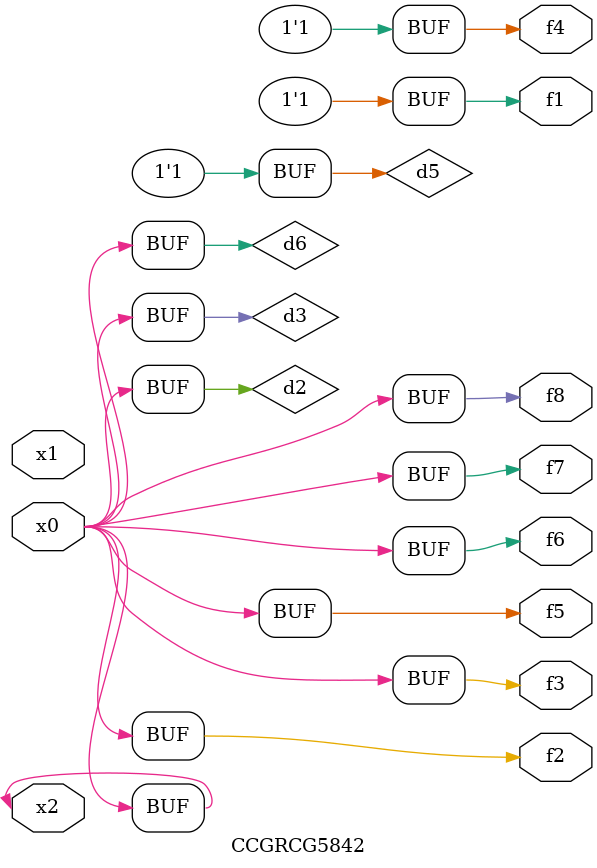
<source format=v>
module CCGRCG5842(
	input x0, x1, x2,
	output f1, f2, f3, f4, f5, f6, f7, f8
);

	wire d1, d2, d3, d4, d5, d6;

	xnor (d1, x2);
	buf (d2, x0, x2);
	and (d3, x0);
	xnor (d4, x1, x2);
	nand (d5, d1, d3);
	buf (d6, d2, d3);
	assign f1 = d5;
	assign f2 = d6;
	assign f3 = d6;
	assign f4 = d5;
	assign f5 = d6;
	assign f6 = d6;
	assign f7 = d6;
	assign f8 = d6;
endmodule

</source>
